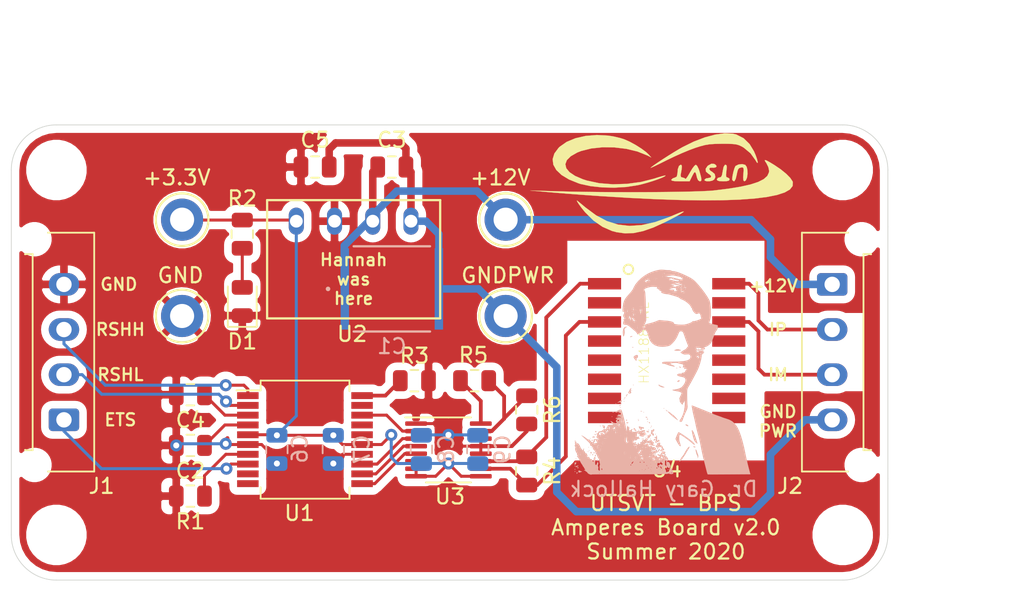
<source format=kicad_pcb>
(kicad_pcb (version 20171130) (host pcbnew "(5.1.6)-1")
  (layers (0 F.Cu signal) (31 B.Cu signal) (34 B.Paste user) (35 F.Paste user) (36 B.SilkS user) (37 F.SilkS user) (38 B.Mask user) (39 F.Mask user) (44 Edge.Cuts user))
  (net 0 "")
  (net 1 GNDPWR)
  (net 2 +12V)
  (net 3 GND)
  (net 4 "Net-(C2-Pad1)")
  (net 5 +3V3)
  (net 6 "Net-(D1-Pad2)")
  (net 7 /ETS)
  (net 8 /RSHL)
  (net 9 /RSHH)
  (net 10 "Net-(J2-Pad3)")
  (net 11 "Net-(J2-Pad2)")
  (net 12 "Net-(R1-Pad1)")
  (net 13 /IM)
  (net 14 /IP)
  (net 15 "Net-(R5-Pad2)")
  (net 16 "Net-(R5-Pad1)")
  (net 17 /SCK)
  (net 18 /CS)
  (net 19 "Net-(U1-Pad16)")
  (net 20 /MISO)
  (net 21 /MOSI)
  (net 22 "Net-(U1-Pad19)")
  (net 23 "Net-(U1-Pad17)")
  (net 24 "Net-(U1-Pad10)")
  (net 25 "Net-(U1-Pad9)")
  (net 26 "Net-(C4-Pad2)")
  (net 27 "Net-(R3-Pad1)")
  (net 28 "Net-(U4-Pad2)")
  (net 29 "Net-(U4-Pad11)")
  (net 30 "Net-(U4-Pad6)")
  (net 31 "Net-(U4-Pad9)")
  (net 32 "Net-(U4-Pad7)")
  (net 33 "Net-(U4-Pad10)")
  (net 34 "Net-(U4-Pad8)")
  (net 35 "Net-(U4-Pad15)")
  (module MountingHole:MountingHole_3mm (layer F.Cu) (at 143 100)
    (fp_text reference H2 hide)
    (fp_text value M3)
    (pad 1 np_thru_hole circle (at 0 0) (size 3 3) (drill 3) (layers *.Cu *.Mask))
  )
  (module Connector_Molex:Molex_Micro-Fit_3.0_43650-0415_1x04_P3.00mm_Vertical (layer F.Cu) (at 142.3 107.6 270)
    (fp_text reference J2 (at 13.4 2.8) (layer F.SilkS))
    (fp_text value LeaderConn)
    (pad 4 thru_hole oval (at 9 0 270) (size 1.5 2.02) (drill 1.02) (layers *.Cu *.Mask) (net 1 GNDPWR))
    (pad 3 thru_hole oval (at 6 0 270) (size 1.5 2.02) (drill 1.02) (layers *.Cu *.Mask) (net 10 "Net-(J2-Pad3)"))
    (pad 2 thru_hole oval (at 3 0 270) (size 1.5 2.02) (drill 1.02) (layers *.Cu *.Mask) (net 11 "Net-(J2-Pad2)"))
    (pad 1 thru_hole roundrect (at 0 0 270) (size 1.5 2.02) (drill 1.02) (layers *.Cu *.Mask) (roundrect_rratio 0.166667) (net 2 +12V))
    (pad "" np_thru_hole circle (at 12 -1.96 270) (size 1.27 1.27) (drill 1.27) (layers *.Cu *.Mask))
    (pad "" np_thru_hole circle (at -3 -1.96 270) (size 1.27 1.27) (drill 1.27) (layers *.Cu *.Mask))
  )
  (module Resistor_SMD:R_0805_2012Metric (layer F.Cu) (at 122 120 270)
    (fp_text reference R4 (at 0 -1.7 90) (layer F.SilkS))
    (fp_text value 120)
    (pad 2 smd roundrect (at 0.9375 0 270) (size 0.975 1.4) (layers F.Cu F.Paste F.Mask) (net 13 /IM))
    (pad 1 smd roundrect (at -0.9375 0 270) (size 0.975 1.4) (layers F.Cu F.Paste F.Mask) (net 14 /IP))
  )
  (module UTSVT_Passive:C_2220_5750Metrix (layer B.Cu) (at 113.04 107.9)
    (fp_text reference C1 (at 0 3.81) (layer B.SilkS) (effects (justify mirror)))
    (fp_text value 10u hide)
    (pad 2 smd rect (at 3.1242 0) (size 0.5588 5.4102) (layers B.Cu B.Paste B.Mask) (net 1 GNDPWR))
    (pad 1 smd rect (at -3.1242 0) (size 0.5588 5.4102) (layers B.Cu B.Paste B.Mask) (net 2 +12V))
  )
  (module UTSVT_ICs:RI3_DC_Converter (layer F.Cu) (at 110.5 103.4 180)
    (fp_text reference U2 (at 0.1 -7.5) (layer F.SilkS))
    (fp_text value RO-123.3S_HP)
    (pad 4 thru_hole oval (at 3.81 0 180) (size 1 1.8) (drill 0.85) (layers *.Cu *.Mask) (net 5 +3V3))
    (pad 3 thru_hole oval (at 1.27 0 180) (size 1 1.8) (drill 0.85) (layers *.Cu *.Mask) (net 3 GND))
    (pad 2 thru_hole oval (at -1.27 0 180) (size 1 1.8) (drill 0.85) (layers *.Cu *.Mask) (net 2 +12V))
    (pad 1 thru_hole oval (at -3.81 0 180) (size 1 1.8) (drill 0.85) (layers *.Cu *.Mask) (net 1 GNDPWR))
  )
  (module UTSVT_BPS:HXXXX (layer F.Cu) (at 131.3 112 270)
    (fp_text reference U4 (at 7.9 0) (layer F.SilkS))
    (fp_text value HX1188FNL (at -0.50895 1.50142 90) (layer F.SilkS) (effects (font (size 0.641203 0.641203) (thickness 0.05))))
    (pad 2 smd rect (at -3.175 4.1275 270) (size 0.76 2.2) (layers F.Cu F.Paste F.Mask) (net 28 "Net-(U4-Pad2)"))
    (pad 13 smd rect (at -0.635 -4.1275 270) (size 0.76 2.2) (layers F.Cu F.Paste F.Mask))
    (pad 1 smd rect (at -4.445 4.1275 270) (size 0.76 2.2) (layers F.Cu F.Paste F.Mask) (net 14 /IP))
    (pad 3 smd rect (at -1.905 4.1275 270) (size 0.76 2.2) (layers F.Cu F.Paste F.Mask) (net 13 /IM))
    (pad 4 smd rect (at -0.635 4.1275 270) (size 0.76 2.2) (layers F.Cu F.Paste F.Mask))
    (pad 14 smd rect (at -1.905 -4.1275 270) (size 0.76 2.2) (layers F.Cu F.Paste F.Mask) (net 10 "Net-(J2-Pad3)"))
    (pad 12 smd rect (at 0.635 -4.1275 270) (size 0.76 2.2) (layers F.Cu F.Paste F.Mask))
    (pad 11 smd rect (at 1.905 -4.1275 270) (size 0.76 2.2) (layers F.Cu F.Paste F.Mask) (net 29 "Net-(U4-Pad11)"))
    (pad 6 smd rect (at 1.905 4.1275 270) (size 0.76 2.2) (layers F.Cu F.Paste F.Mask) (net 30 "Net-(U4-Pad6)"))
    (pad 9 smd rect (at 4.445 -4.1275 270) (size 0.76 2.2) (layers F.Cu F.Paste F.Mask) (net 31 "Net-(U4-Pad9)"))
    (pad 5 smd rect (at 0.635 4.1275 270) (size 0.76 2.2) (layers F.Cu F.Paste F.Mask))
    (pad 7 smd rect (at 3.175 4.1275 270) (size 0.76 2.2) (layers F.Cu F.Paste F.Mask) (net 32 "Net-(U4-Pad7)"))
    (pad 10 smd rect (at 3.175 -4.1275 270) (size 0.76 2.2) (layers F.Cu F.Paste F.Mask) (net 33 "Net-(U4-Pad10)"))
    (pad 8 smd rect (at 4.445 4.1275 270) (size 0.76 2.2) (layers F.Cu F.Paste F.Mask) (net 34 "Net-(U4-Pad8)"))
    (pad 15 smd rect (at -3.175 -4.1275 270) (size 0.76 2.2) (layers F.Cu F.Paste F.Mask) (net 35 "Net-(U4-Pad15)"))
    (pad 16 smd rect (at -4.445 -4.1275 270) (size 0.76 2.2) (layers F.Cu F.Paste F.Mask) (net 11 "Net-(J2-Pad2)"))
  )
  (module Package_SO:MSOP-16_3x4mm_P0.5mm (layer F.Cu) (at 116.8 118.6)
    (fp_text reference U3 (at 0.1 3.1) (layer F.SilkS))
    (fp_text value LTC6820)
    (pad 16 smd roundrect (at 2.15 -1.75) (size 1.45 0.3) (layers F.Cu F.Paste F.Mask) (net 15 "Net-(R5-Pad2)"))
    (pad 15 smd roundrect (at 2.15 -1.25) (size 1.45 0.3) (layers F.Cu F.Paste F.Mask) (net 16 "Net-(R5-Pad1)"))
    (pad 14 smd roundrect (at 2.15 -0.75) (size 1.45 0.3) (layers F.Cu F.Paste F.Mask) (net 3 GND))
    (pad 13 smd roundrect (at 2.15 -0.25) (size 1.45 0.3) (layers F.Cu F.Paste F.Mask) (net 3 GND))
    (pad 12 smd roundrect (at 2.15 0.25) (size 1.45 0.3) (layers F.Cu F.Paste F.Mask) (net 3 GND))
    (pad 11 smd roundrect (at 2.15 0.75) (size 1.45 0.3) (layers F.Cu F.Paste F.Mask) (net 14 /IP))
    (pad 10 smd roundrect (at 2.15 1.25) (size 1.45 0.3) (layers F.Cu F.Paste F.Mask) (net 13 /IM))
    (pad 9 smd roundrect (at 2.15 1.75) (size 1.45 0.3) (layers F.Cu F.Paste F.Mask) (net 5 +3V3))
    (pad 8 smd roundrect (at -2.15 1.75) (size 1.45 0.3) (layers F.Cu F.Paste F.Mask) (net 5 +3V3))
    (pad 7 smd roundrect (at -2.15 1.25) (size 1.45 0.3) (layers F.Cu F.Paste F.Mask) (net 5 +3V3))
    (pad 6 smd roundrect (at -2.15 0.75) (size 1.45 0.3) (layers F.Cu F.Paste F.Mask) (net 5 +3V3))
    (pad 5 smd roundrect (at -2.15 0.25) (size 1.45 0.3) (layers F.Cu F.Paste F.Mask) (net 18 /CS))
    (pad 4 smd roundrect (at -2.15 -0.25) (size 1.45 0.3) (layers F.Cu F.Paste F.Mask) (net 17 /SCK))
    (pad 3 smd roundrect (at -2.15 -0.75) (size 1.45 0.3) (layers F.Cu F.Paste F.Mask) (net 20 /MISO))
    (pad 2 smd roundrect (at -2.15 -1.25) (size 1.45 0.3) (layers F.Cu F.Paste F.Mask) (net 21 /MOSI))
    (pad 1 smd roundrect (at -2.15 -1.75) (size 1.45 0.3) (layers F.Cu F.Paste F.Mask) (net 3 GND))
  )
  (module UTSVT_ICs:AS8510-ASSM (layer F.Cu) (at 107.27 123.441)
    (fp_text reference U1 (at -0.37 -0.641 180) (layer F.SilkS))
    (fp_text value AS8510-ASSM)
    (pad 12 smd rect (at 3.79 -3.25) (size 1.43 0.46) (layers F.Cu F.Paste F.Mask) (net 17 /SCK))
    (pad 11 smd rect (at 3.79 -2.6) (size 1.43 0.46) (layers F.Cu F.Paste F.Mask) (net 18 /CS))
    (pad 15 smd rect (at 3.79 -5.2) (size 1.43 0.46) (layers F.Cu F.Paste F.Mask) (net 5 +3V3))
    (pad 14 smd rect (at 3.79 -4.55) (size 1.43 0.46) (layers F.Cu F.Paste F.Mask) (net 3 GND))
    (pad 16 smd rect (at 3.79 -5.85) (size 1.43 0.46) (layers F.Cu F.Paste F.Mask) (net 19 "Net-(U1-Pad16)"))
    (pad 13 smd rect (at 3.79 -3.9) (size 1.43 0.46) (layers F.Cu F.Paste F.Mask) (net 20 /MISO))
    (pad 18 smd rect (at 3.79 -7.15) (size 1.43 0.46) (layers F.Cu F.Paste F.Mask) (net 21 /MOSI))
    (pad 19 smd rect (at 3.79 -7.8) (size 1.43 0.46) (layers F.Cu F.Paste F.Mask) (net 22 "Net-(U1-Pad19)"))
    (pad 17 smd rect (at 3.79 -6.5) (size 1.43 0.46) (layers F.Cu F.Paste F.Mask) (net 23 "Net-(U1-Pad17)"))
    (pad 20 smd rect (at 3.79 -8.45) (size 1.43 0.46) (layers F.Cu F.Paste F.Mask) (net 27 "Net-(R3-Pad1)"))
    (pad 1 smd rect (at -3.8 -8.45) (size 1.43 0.46) (layers F.Cu F.Paste F.Mask) (net 9 /RSHH))
    (pad 2 smd rect (at -3.8 -7.8) (size 1.43 0.46) (layers F.Cu F.Paste F.Mask) (net 8 /RSHL))
    (pad 3 smd rect (at -3.8 -7.15) (size 1.43 0.46) (layers F.Cu F.Paste F.Mask) (net 26 "Net-(C4-Pad2)"))
    (pad 4 smd rect (at -3.8 -6.5) (size 1.43 0.46) (layers F.Cu F.Paste F.Mask) (net 4 "Net-(C2-Pad1)"))
    (pad 5 smd rect (at -3.8 -5.85) (size 1.43 0.46) (layers F.Cu F.Paste F.Mask) (net 5 +3V3))
    (pad 6 smd rect (at -3.8 -5.2) (size 1.43 0.46) (layers F.Cu F.Paste F.Mask) (net 3 GND))
    (pad 7 smd rect (at -3.8 -4.55) (size 1.43 0.46) (layers F.Cu F.Paste F.Mask) (net 12 "Net-(R1-Pad1)"))
    (pad 8 smd rect (at -3.8 -3.9) (size 1.43 0.46) (layers F.Cu F.Paste F.Mask) (net 7 /ETS))
    (pad 10 smd rect (at -3.8 -2.6) (size 1.43 0.46) (layers F.Cu F.Paste F.Mask) (net 24 "Net-(U1-Pad10)"))
    (pad 9 smd rect (at -3.8 -3.25) (size 1.43 0.46) (layers F.Cu F.Paste F.Mask) (net 25 "Net-(U1-Pad9)"))
  )
  (module TestPoint:TestPoint_Keystone_5005-5009_Compact (layer F.Cu) (at 99.1 109.7 90)
    (fp_text reference TP4 hide)
    (fp_text value GND_TP)
    (pad 1 thru_hole circle (at 0 0 90) (size 2.8 2.8) (drill 1.6) (layers *.Cu *.Mask) (net 3 GND))
  )
  (module TestPoint:TestPoint_Keystone_5005-5009_Compact (layer F.Cu) (at 99.1 103.3 90)
    (fp_text reference TP3 hide)
    (fp_text value +3.3V_TP)
    (pad 1 thru_hole circle (at 0 0 90) (size 2.8 2.8) (drill 1.6) (layers *.Cu *.Mask) (net 5 +3V3))
  )
  (module TestPoint:TestPoint_Keystone_5005-5009_Compact (layer F.Cu) (at 120.6 109.7 90)
    (fp_text reference TP2 hide)
    (fp_text value GNDPWR_TP)
    (pad 1 thru_hole circle (at 0 0 90) (size 2.8 2.8) (drill 1.6) (layers *.Cu *.Mask) (net 1 GNDPWR))
  )
  (module TestPoint:TestPoint_Keystone_5005-5009_Compact (layer F.Cu) (at 120.6 103.3 90)
    (fp_text reference TP1 hide)
    (fp_text value +12V_TP)
    (pad 1 thru_hole circle (at 0 0 90) (size 2.8 2.8) (drill 1.6) (layers *.Cu *.Mask) (net 2 +12V))
  )
  (module Resistor_SMD:R_0805_2012Metric (layer F.Cu) (at 122 115.9375 90)
    (fp_text reference R6 (at 0 1.7 90) (layer F.SilkS))
    (fp_text value 1.21k)
    (pad 2 smd roundrect (at 0.9375 0 90) (size 0.975 1.4) (layers F.Cu F.Paste F.Mask) (net 16 "Net-(R5-Pad1)"))
    (pad 1 smd roundrect (at -0.9375 0 90) (size 0.975 1.4) (layers F.Cu F.Paste F.Mask) (net 3 GND))
  )
  (module Resistor_SMD:R_0805_2012Metric (layer F.Cu) (at 118.5375 114 180)
    (fp_text reference R5 (at 0.0785 1.7) (layer F.SilkS))
    (fp_text value 806)
    (pad 2 smd roundrect (at 0.9375 0 180) (size 0.975 1.4) (layers F.Cu F.Paste F.Mask) (net 15 "Net-(R5-Pad2)"))
    (pad 1 smd roundrect (at -0.9375 0 180) (size 0.975 1.4) (layers F.Cu F.Paste F.Mask) (net 16 "Net-(R5-Pad1)"))
  )
  (module Resistor_SMD:R_0805_2012Metric (layer F.Cu) (at 114.5375 114)
    (fp_text reference R3 (at 0 -1.65) (layer F.SilkS))
    (fp_text value 10k)
    (pad 2 smd roundrect (at 0.9375 0) (size 0.975 1.4) (layers F.Cu F.Paste F.Mask) (net 3 GND))
    (pad 1 smd roundrect (at -0.9375 0) (size 0.975 1.4) (layers F.Cu F.Paste F.Mask) (net 27 "Net-(R3-Pad1)"))
  )
  (module Resistor_SMD:R_0805_2012Metric (layer F.Cu) (at 103.1 104.2625 270)
    (fp_text reference R2 (at -2.3645 0 180) (layer F.SilkS))
    (fp_text value 1.5k)
    (pad 2 smd roundrect (at 0.9375 0 270) (size 0.975 1.4) (layers F.Cu F.Paste F.Mask) (net 6 "Net-(D1-Pad2)"))
    (pad 1 smd roundrect (at -0.9375 0 270) (size 0.975 1.4) (layers F.Cu F.Paste F.Mask) (net 5 +3V3))
  )
  (module Resistor_SMD:R_0805_2012Metric (layer F.Cu) (at 99.65 121.668 180)
    (fp_text reference R1 (at 0 -1.684) (layer F.SilkS))
    (fp_text value 1k)
    (pad 2 smd roundrect (at 0.9375 0 180) (size 0.975 1.4) (layers F.Cu F.Paste F.Mask) (net 3 GND))
    (pad 1 smd roundrect (at -0.9375 0 180) (size 0.975 1.4) (layers F.Cu F.Paste F.Mask) (net 12 "Net-(R1-Pad1)"))
  )
  (module Connector_Molex:Molex_Micro-Fit_3.0_43650-0415_1x04_P3.00mm_Vertical (layer F.Cu) (at 91.25 116.6 90)
    (fp_text reference J1 (at -4.4 2.5) (layer F.SilkS))
    (fp_text value ShuntConn)
    (pad 4 thru_hole oval (at 9 0 90) (size 1.5 2.02) (drill 1.02) (layers *.Cu *.Mask) (net 3 GND))
    (pad 3 thru_hole oval (at 6 0 90) (size 1.5 2.02) (drill 1.02) (layers *.Cu *.Mask) (net 9 /RSHH))
    (pad 2 thru_hole oval (at 3 0 90) (size 1.5 2.02) (drill 1.02) (layers *.Cu *.Mask) (net 8 /RSHL))
    (pad 1 thru_hole roundrect (at 0 0 90) (size 1.5 2.02) (drill 1.02) (layers *.Cu *.Mask) (roundrect_rratio 0.166667) (net 7 /ETS))
    (pad "" np_thru_hole circle (at 12 -1.96 90) (size 1.27 1.27) (drill 1.27) (layers *.Cu *.Mask))
    (pad "" np_thru_hole circle (at -3 -1.96 90) (size 1.27 1.27) (drill 1.27) (layers *.Cu *.Mask))
  )
  (module MountingHole:MountingHole_3mm (layer F.Cu) (at 90.75 124.25)
    (fp_text reference H4 hide)
    (fp_text value M3)
    (pad 1 np_thru_hole circle (at 0 0) (size 3 3) (drill 3) (layers *.Cu *.Mask))
  )
  (module MountingHole:MountingHole_3mm (layer F.Cu) (at 143 124.25)
    (fp_text reference H3 hide)
    (fp_text value M3)
    (pad 1 np_thru_hole circle (at 0 0) (size 3 3) (drill 3) (layers *.Cu *.Mask))
  )
  (module MountingHole:MountingHole_3mm (layer F.Cu) (at 90.75 100)
    (fp_text reference H1 hide)
    (fp_text value M3)
    (pad 1 np_thru_hole circle (at 0 0) (size 3 3) (drill 3) (layers *.Cu *.Mask))
  )
  (module LED_SMD:LED_0805_2012Metric (layer F.Cu) (at 103.1 108.7375 90)
    (fp_text reference D1 (at -2.6625 0) (layer F.SilkS))
    (fp_text value PowerOn)
    (pad 2 smd roundrect (at 0.9375 0 90) (size 0.975 1.4) (layers F.Cu F.Paste F.Mask) (net 6 "Net-(D1-Pad2)"))
    (pad 1 smd roundrect (at -0.9375 0 90) (size 0.975 1.4) (layers F.Cu F.Paste F.Mask) (net 3 GND))
  )
  (module Capacitor_SMD:C_0805_2012Metric (layer B.Cu) (at 118.75 118.566 90)
    (fp_text reference C9 (at 0 1.65 270) (layer B.SilkS) (effects (justify mirror)))
    (fp_text value 0.1u)
    (pad 2 smd roundrect (at 0.9375 0 90) (size 0.975 1.4) (layers B.Cu B.Paste B.Mask) (net 3 GND))
    (pad 1 smd roundrect (at -0.9375 0 90) (size 0.975 1.4) (layers B.Cu B.Paste B.Mask) (net 5 +3V3))
  )
  (module Capacitor_SMD:C_0805_2012Metric (layer B.Cu) (at 115 118.566 90)
    (fp_text reference C8 (at 0 1.65 90) (layer B.SilkS) (effects (justify mirror)))
    (fp_text value 0.1u)
    (pad 2 smd roundrect (at 0.9375 0 90) (size 0.975 1.4) (layers B.Cu B.Paste B.Mask) (net 3 GND))
    (pad 1 smd roundrect (at -0.9375 0 90) (size 0.975 1.4) (layers B.Cu B.Paste B.Mask) (net 5 +3V3))
  )
  (module Capacitor_SMD:C_0805_2012Metric (layer B.Cu) (at 109.15 118.566 270)
    (fp_text reference C7 (at 0 -1.905 270) (layer B.SilkS) (effects (justify mirror)))
    (fp_text value 1u)
    (pad 2 smd roundrect (at 0.9375 0 270) (size 0.975 1.4) (layers B.Cu B.Paste B.Mask) (net 3 GND))
    (pad 1 smd roundrect (at -0.9375 0 270) (size 0.975 1.4) (layers B.Cu B.Paste B.Mask) (net 5 +3V3))
  )
  (module Capacitor_SMD:C_0805_2012Metric (layer B.Cu) (at 105.4 118.566 270)
    (fp_text reference C6 (at -0.0485 -1.524 270) (layer B.SilkS) (effects (justify mirror)))
    (fp_text value 1u)
    (pad 2 smd roundrect (at 0.9375 0 270) (size 0.975 1.4) (layers B.Cu B.Paste B.Mask) (net 3 GND))
    (pad 1 smd roundrect (at -0.9375 0 270) (size 0.975 1.4) (layers B.Cu B.Paste B.Mask) (net 5 +3V3))
  )
  (module Capacitor_SMD:C_0805_2012Metric (layer F.Cu) (at 107.9375 99.8 180)
    (fp_text reference C5 (at 0 1.8 180) (layer F.SilkS))
    (fp_text value 2.2n)
    (pad 2 smd roundrect (at 0.9375 0 180) (size 0.975 1.4) (layers F.Cu F.Paste F.Mask) (net 3 GND))
    (pad 1 smd roundrect (at -0.9375 0 180) (size 0.975 1.4) (layers F.Cu F.Paste F.Mask) (net 1 GNDPWR))
  )
  (module Capacitor_SMD:C_0805_2012Metric (layer F.Cu) (at 99.65 114.932)
    (fp_text reference C4 (at 0 1.684) (layer F.SilkS))
    (fp_text value 100n)
    (pad 2 smd roundrect (at 0.9375 0) (size 0.975 1.4) (layers F.Cu F.Paste F.Mask) (net 26 "Net-(C4-Pad2)"))
    (pad 1 smd roundrect (at -0.9375 0) (size 0.975 1.4) (layers F.Cu F.Paste F.Mask) (net 3 GND))
  )
  (module Capacitor_SMD:C_0805_2012Metric (layer F.Cu) (at 113.0375 99.8)
    (fp_text reference C3 (at 0 -1.8) (layer F.SilkS))
    (fp_text value 1n)
    (pad 2 smd roundrect (at 0.9375 0) (size 0.975 1.4) (layers F.Cu F.Paste F.Mask) (net 1 GNDPWR))
    (pad 1 smd roundrect (at -0.9375 0) (size 0.975 1.4) (layers F.Cu F.Paste F.Mask) (net 2 +12V))
  )
  (module Capacitor_SMD:C_0805_2012Metric (layer F.Cu) (at 99.65 118.3 180)
    (fp_text reference C2 (at 0 -1.684) (layer F.SilkS))
    (fp_text value 100n)
    (pad 2 smd roundrect (at 0.9375 0 180) (size 0.975 1.4) (layers F.Cu F.Paste F.Mask) (net 3 GND))
    (pad 1 smd roundrect (at -0.9375 0 180) (size 0.975 1.4) (layers F.Cu F.Paste F.Mask) (net 4 "Net-(C2-Pad1)"))
  )
  (module UTSVT_Special:Hallock_Image_Tiny (layer B.Cu) (at 131.5 113.25 180)
    (fp_text reference LOGO1 hide)
    (fp_text value "Dr Hallock" hide)
  )
  (module UTSVT_Special:UTSVT_Logo_Symbol (layer F.Cu) (at 131.25 100.75 180)
    (fp_text reference LOGO2 hide)
    (fp_text value "UTSVT Logo" hide)
  )
  (gr_text "Hannah\nwas\nhere" (at 110.5 107.25) (layer F.SilkS) (effects (font (size 0.8 0.8))))
  (gr_text "UTSVT - BPS\nAmperes Board v2.0\nSummer 2020" (at 131.25 123.75) (layer F.SilkS) (effects (font (size 1 1))))
  (gr_text "Dr. Gary Hallock" (at 131.1 121.2) (layer B.SilkS) (effects (font (size 1 1)) (justify mirror)))
  (gr_text GNDPWR (at 120.75 107) (layer F.SilkS) (effects (font (size 1 1))))
  (gr_text +12V (at 120.25 100.5) (layer F.SilkS) (effects (font (size 1 1))))
  (gr_text GND (at 99 107) (layer F.SilkS) (effects (font (size 1 1))))
  (gr_text +3.3V (at 98.75 100.5) (layer F.SilkS) (effects (font (size 1 1))))
  (gr_arc (start 90.75 124.25) (end 87.75 124.25) (angle -90) (layer Edge.Cuts) (width 0.05))
  (gr_arc (start 143 124.25) (end 143 127.25) (angle -90) (layer Edge.Cuts) (width 0.05))
  (gr_arc (start 143 100) (end 146 100) (angle -90) (layer Edge.Cuts) (width 0.05))
  (gr_arc (start 90.75 100) (end 90.75 97) (angle -90) (layer Edge.Cuts) (width 0.05))
  (gr_line (start 87.75 124.25) (end 87.75 100) (layer Edge.Cuts) (width 0.05))
  (gr_line (start 143 127.25) (end 90.75 127.25) (layer Edge.Cuts) (width 0.05))
  (gr_line (start 146 103.75) (end 146 120.5) (layer Edge.Cuts) (width 0.05))
  (gr_line (start 146 120.5) (end 146 124.25) (layer Edge.Cuts) (width 0.05))
  (gr_line (start 146 100) (end 146 103.75) (layer Edge.Cuts) (width 0.05))
  (gr_line (start 90.75 97) (end 143 97) (layer Edge.Cuts) (width 0.05))
  (gr_text +12V (at 138.4 107.7) (layer F.SilkS) (effects (font (size 0.8 0.8))))
  (gr_text IP (at 138.7 110.6) (layer F.SilkS) (effects (font (size 0.8 0.8))))
  (gr_text IM (at 138.7 113.6) (layer F.SilkS) (effects (font (size 0.8 0.8))))
  (gr_text "GND\nPWR" (at 138.7 116.7) (layer F.SilkS) (effects (font (size 0.8 0.8))))
  (gr_text GND (at 94.9 107.6) (layer F.SilkS) (effects (font (size 0.8 0.8))))
  (gr_text RSHH (at 95 110.6) (layer F.SilkS) (effects (font (size 0.8 0.8))))
  (gr_text RSHL (at 95 113.6) (layer F.SilkS) (effects (font (size 0.8 0.8))))
  (gr_text ETS (at 95 116.6) (layer F.SilkS) (effects (font (size 0.8 0.8))))
  (segment (start 114.31 100.135) (end 113.975 99.8) (width 0.5) (layer F.Cu) (net 1))
  (segment (start 114.31 103.4) (end 114.31 100.135) (width 0.5) (layer F.Cu) (net 1))
  (segment (start 118.8 107.9) (end 120.6 109.7) (width 0.5) (layer B.Cu) (net 1))
  (segment (start 114.31 103.4) (end 115.31 103.4) (width 0.5) (layer B.Cu) (net 1))
  (segment (start 116.1642 104.2542) (end 115.31 103.4) (width 0.5) (layer B.Cu) (net 1))
  (segment (start 116.1642 107.9) (end 116.1642 104.2542) (width 0.5) (layer B.Cu) (net 1))
  (segment (start 113.975 98.575) (end 113.975 99.8) (width 0.5) (layer F.Cu) (net 1))
  (segment (start 113.6 98.2) (end 113.975 98.575) (width 0.5) (layer F.Cu) (net 1))
  (segment (start 109.3 98.2) (end 113.6 98.2) (width 0.5) (layer F.Cu) (net 1))
  (segment (start 108.875 99.8) (end 108.875 98.625) (width 0.5) (layer F.Cu) (net 1))
  (segment (start 108.875 98.625) (end 109.3 98.2) (width 0.5) (layer F.Cu) (net 1))
  (segment (start 140.5 116.6) (end 142.3 116.6) (width 0.5) (layer B.Cu) (net 1))
  (segment (start 138.2 118.9) (end 140.5 116.6) (width 0.5) (layer B.Cu) (net 1))
  (segment (start 124 113.1) (end 124 121.4) (width 0.5) (layer B.Cu) (net 1))
  (segment (start 138.2 121.5) (end 138.2 118.9) (width 0.5) (layer B.Cu) (net 1))
  (segment (start 120.6 109.7) (end 124 113.1) (width 0.5) (layer B.Cu) (net 1))
  (segment (start 124 121.4) (end 125.3 122.7) (width 0.5) (layer B.Cu) (net 1))
  (segment (start 137 122.7) (end 138.2 121.5) (width 0.5) (layer B.Cu) (net 1))
  (segment (start 125.3 122.7) (end 137 122.7) (width 0.5) (layer B.Cu) (net 1))
  (segment (start 118.8 107.9) (end 116.1642 107.9) (width 0.5) (layer B.Cu) (net 1))
  (segment (start 111.77 100.13) (end 112.1 99.8) (width 0.5) (layer F.Cu) (net 2))
  (segment (start 111.77 103.4) (end 111.77 100.13) (width 0.5) (layer F.Cu) (net 2))
  (segment (start 111.77 103) (end 113.37 101.4) (width 0.5) (layer B.Cu) (net 2))
  (segment (start 111.77 103.4) (end 111.77 103) (width 0.5) (layer B.Cu) (net 2))
  (segment (start 118.7 101.4) (end 120.6 103.3) (width 0.5) (layer B.Cu) (net 2))
  (segment (start 113.37 101.4) (end 118.7 101.4) (width 0.5) (layer B.Cu) (net 2))
  (segment (start 109.87979 105.027737) (end 109.87979 107.9) (width 0.5) (layer B.Cu) (net 2))
  (segment (start 111.507527 103.4) (end 109.87979 105.027737) (width 0.5) (layer B.Cu) (net 2))
  (segment (start 111.77 103.4) (end 111.507527 103.4) (width 0.5) (layer B.Cu) (net 2))
  (segment (start 136.9 103.3) (end 120.6 103.3) (width 0.5) (layer B.Cu) (net 2))
  (segment (start 138.2 104.6) (end 136.9 103.3) (width 0.5) (layer B.Cu) (net 2))
  (segment (start 138.2 105.8) (end 138.2 104.6) (width 0.5) (layer B.Cu) (net 2))
  (segment (start 142.3 107.6) (end 140 107.6) (width 0.5) (layer B.Cu) (net 2))
  (segment (start 140 107.6) (end 138.2 105.8) (width 0.5) (layer B.Cu) (net 2))
  (segment (start 103.47 118.241) (end 102.049825 118.241) (width 0.2) (layer F.Cu) (net 3))
  (via (at 101.999884 118.191059) (size 0.8) (drill 0.4) (layers F.Cu B.Cu) (net 3))
  (segment (start 102.049825 118.241) (end 101.999884 118.191059) (width 0.2) (layer F.Cu) (net 3))
  (via (at 98.7125 118.3) (size 0.8) (drill 0.4) (layers F.Cu B.Cu) (net 3))
  (segment (start 101.999884 118.191059) (end 98.821441 118.191059) (width 0.2) (layer B.Cu) (net 3))
  (segment (start 98.821441 118.191059) (end 98.7125 118.3) (width 0.2) (layer B.Cu) (net 3))
  (via (at 109.15 119.5035) (size 0.8) (drill 0.4) (layers F.Cu B.Cu) (net 3))
  (segment (start 111.06 118.891) (end 109.7625 118.891) (width 0.2) (layer F.Cu) (net 3))
  (segment (start 109.7625 118.891) (end 109.15 119.5035) (width 0.2) (layer F.Cu) (net 3))
  (via (at 105.4 119.5035) (size 0.8) (drill 0.4) (layers F.Cu B.Cu) (net 3))
  (segment (start 105.4 119.256) (end 105.4 119.5035) (width 0.2) (layer F.Cu) (net 3))
  (segment (start 104.385 118.241) (end 105.4 119.256) (width 0.2) (layer F.Cu) (net 3))
  (segment (start 103.47 118.241) (end 104.385 118.241) (width 0.2) (layer F.Cu) (net 3))
  (via (at 116.8 117.6) (size 0.8) (drill 0.4) (layers F.Cu B.Cu) (net 3))
  (segment (start 114.65 116.85) (end 116.05 116.85) (width 0.2) (layer F.Cu) (net 3))
  (segment (start 116.05 116.85) (end 116.8 117.6) (width 0.2) (layer F.Cu) (net 3))
  (segment (start 115.0285 117.6) (end 115 117.6285) (width 0.2) (layer B.Cu) (net 3))
  (segment (start 116.8 117.6) (end 115.0285 117.6) (width 0.2) (layer B.Cu) (net 3))
  (segment (start 118.7215 117.6) (end 118.75 117.6285) (width 0.2) (layer B.Cu) (net 3))
  (segment (start 116.8 117.6) (end 118.7215 117.6) (width 0.2) (layer B.Cu) (net 3))
  (segment (start 118.95 118.85) (end 118.95 118.35) (width 0.2) (layer F.Cu) (net 3))
  (segment (start 118.95 118.35) (end 118.95 117.85) (width 0.2) (layer F.Cu) (net 3))
  (segment (start 117.55 118.35) (end 116.8 117.6) (width 0.2) (layer F.Cu) (net 3))
  (segment (start 118.95 118.35) (end 117.55 118.35) (width 0.2) (layer F.Cu) (net 3))
  (segment (start 119.675 118.35) (end 118.95 118.35) (width 0.25) (layer F.Cu) (net 3))
  (segment (start 122 117.3625) (end 121.0125 118.35) (width 0.25) (layer F.Cu) (net 3))
  (segment (start 121.0125 118.35) (end 119.675 118.35) (width 0.25) (layer F.Cu) (net 3))
  (segment (start 122 116.875) (end 122 117.3625) (width 0.25) (layer F.Cu) (net 3))
  (segment (start 101.9465 116.941) (end 100.5875 118.3) (width 0.2) (layer F.Cu) (net 4))
  (segment (start 103.47 116.941) (end 101.9465 116.941) (width 0.2) (layer F.Cu) (net 4))
  (via (at 109.15 117.6285) (size 0.8) (drill 0.4) (layers F.Cu B.Cu) (net 5))
  (segment (start 111.06 118.241) (end 109.7625 118.241) (width 0.2) (layer F.Cu) (net 5))
  (segment (start 109.7625 118.241) (end 109.15 117.6285) (width 0.2) (layer F.Cu) (net 5))
  (via (at 105.4 117.6285) (size 0.8) (drill 0.4) (layers F.Cu B.Cu) (net 5))
  (segment (start 103.47 117.591) (end 105.3625 117.591) (width 0.2) (layer F.Cu) (net 5))
  (segment (start 105.3625 117.591) (end 105.4 117.6285) (width 0.2) (layer F.Cu) (net 5))
  (segment (start 105.4 117.6285) (end 109.15 117.6285) (width 0.2) (layer F.Cu) (net 5))
  (segment (start 114.65 120.35) (end 114.65 119.85) (width 0.2) (layer F.Cu) (net 5))
  (segment (start 114.65 119.85) (end 114.65 119.35) (width 0.2) (layer F.Cu) (net 5))
  (via (at 116.8 119.5) (size 0.8) (drill 0.4) (layers F.Cu B.Cu) (net 5))
  (segment (start 114.65 120.35) (end 115.95 120.35) (width 0.2) (layer F.Cu) (net 5))
  (segment (start 115.95 120.35) (end 116.8 119.5) (width 0.2) (layer F.Cu) (net 5))
  (segment (start 115.0035 119.5) (end 115 119.5035) (width 0.2) (layer B.Cu) (net 5))
  (segment (start 116.8 119.5) (end 115.0035 119.5) (width 0.2) (layer B.Cu) (net 5))
  (segment (start 117.65 120.35) (end 118.95 120.35) (width 0.2) (layer F.Cu) (net 5))
  (segment (start 116.8 119.5) (end 117.65 120.35) (width 0.2) (layer F.Cu) (net 5))
  (segment (start 118.7465 119.5) (end 118.75 119.5035) (width 0.2) (layer B.Cu) (net 5))
  (segment (start 116.8 119.5) (end 118.7465 119.5) (width 0.2) (layer B.Cu) (net 5))
  (segment (start 111.06 118.241) (end 112.359 118.241) (width 0.2) (layer F.Cu) (net 5))
  (via (at 113 117.6) (size 0.8) (drill 0.4) (layers F.Cu B.Cu) (net 5))
  (segment (start 112.359 118.241) (end 113 117.6) (width 0.2) (layer F.Cu) (net 5))
  (segment (start 113 117.6) (end 113 119.1) (width 0.2) (layer B.Cu) (net 5))
  (segment (start 113.4035 119.5035) (end 115 119.5035) (width 0.2) (layer B.Cu) (net 5))
  (segment (start 113 119.1) (end 113.4035 119.5035) (width 0.2) (layer B.Cu) (net 5))
  (segment (start 106.69 116.3385) (end 105.4 117.6285) (width 0.2) (layer B.Cu) (net 5))
  (segment (start 106.69 103.4) (end 106.69 116.3385) (width 0.2) (layer B.Cu) (net 5))
  (segment (start 106.615 103.325) (end 106.69 103.4) (width 0.2) (layer F.Cu) (net 5))
  (segment (start 103.1 103.325) (end 106.615 103.325) (width 0.2) (layer F.Cu) (net 5))
  (segment (start 99.125 103.325) (end 99.1 103.3) (width 0.2) (layer F.Cu) (net 5))
  (segment (start 103.1 103.325) (end 99.125 103.325) (width 0.2) (layer F.Cu) (net 5))
  (segment (start 103.1 105.2) (end 103.1 107.8) (width 0.2) (layer F.Cu) (net 6))
  (via (at 102.044975 119.844975) (size 0.8) (drill 0.4) (layers F.Cu B.Cu) (net 7))
  (segment (start 103.47 119.541) (end 102.34895 119.541) (width 0.2) (layer F.Cu) (net 7))
  (segment (start 102.34895 119.541) (end 102.044975 119.844975) (width 0.2) (layer F.Cu) (net 7))
  (segment (start 93.744975 119.844975) (end 91.25 117.35) (width 0.2) (layer B.Cu) (net 7))
  (segment (start 91.25 117.35) (end 91.25 116.6) (width 0.2) (layer B.Cu) (net 7))
  (segment (start 102.044975 119.844975) (end 93.744975 119.844975) (width 0.2) (layer B.Cu) (net 7))
  (via (at 102.022725 115.377275) (size 0.8) (drill 0.4) (layers F.Cu B.Cu) (net 8))
  (segment (start 103.47 115.641) (end 102.28645 115.641) (width 0.2) (layer F.Cu) (net 8))
  (segment (start 102.28645 115.641) (end 102.022725 115.377275) (width 0.2) (layer F.Cu) (net 8))
  (segment (start 92.46 113.6) (end 93.76 114.9) (width 0.2) (layer B.Cu) (net 8))
  (segment (start 91.25 113.6) (end 92.46 113.6) (width 0.2) (layer B.Cu) (net 8))
  (segment (start 101.54545 114.9) (end 102.022725 115.377275) (width 0.2) (layer B.Cu) (net 8))
  (segment (start 93.76 114.9) (end 101.54545 114.9) (width 0.2) (layer B.Cu) (net 8))
  (via (at 102 114.3) (size 0.8) (drill 0.4) (layers F.Cu B.Cu) (net 9))
  (segment (start 103.209 114.3) (end 102 114.3) (width 0.2) (layer F.Cu) (net 9))
  (segment (start 103.47 114.991) (end 103.47 114.561) (width 0.2) (layer F.Cu) (net 9))
  (segment (start 103.47 114.561) (end 103.209 114.3) (width 0.2) (layer F.Cu) (net 9))
  (segment (start 91.25 111.55) (end 91.25 110.6) (width 0.2) (layer B.Cu) (net 9))
  (segment (start 94 114.3) (end 91.25 111.55) (width 0.2) (layer B.Cu) (net 9))
  (segment (start 102 114.3) (end 94 114.3) (width 0.2) (layer B.Cu) (net 9))
  (segment (start 136.7775 110.095) (end 137.4 110.7175) (width 0.25) (layer F.Cu) (net 10))
  (segment (start 135.4275 110.095) (end 136.7775 110.095) (width 0.25) (layer F.Cu) (net 10))
  (segment (start 137.4 110.7175) (end 137.4 113.2) (width 0.25) (layer F.Cu) (net 10))
  (segment (start 137.8 113.6) (end 142.3 113.6) (width 0.25) (layer F.Cu) (net 10))
  (segment (start 137.4 113.2) (end 137.8 113.6) (width 0.25) (layer F.Cu) (net 10))
  (segment (start 136.7775 107.555) (end 137.4 108.1775) (width 0.25) (layer F.Cu) (net 11))
  (segment (start 135.4275 107.555) (end 136.7775 107.555) (width 0.25) (layer F.Cu) (net 11))
  (segment (start 137.4 108.1775) (end 137.4 110) (width 0.25) (layer F.Cu) (net 11))
  (segment (start 138 110.6) (end 142.3 110.6) (width 0.25) (layer F.Cu) (net 11))
  (segment (start 137.4 110) (end 138 110.6) (width 0.25) (layer F.Cu) (net 11))
  (segment (start 103.47 118.891) (end 102.009 118.891) (width 0.2) (layer F.Cu) (net 12))
  (segment (start 100.5875 120.3125) (end 100.5875 121.668) (width 0.2) (layer F.Cu) (net 12))
  (segment (start 102.009 118.891) (end 100.5875 120.3125) (width 0.2) (layer F.Cu) (net 12))
  (segment (start 120.9125 119.85) (end 122 120.9375) (width 0.25) (layer F.Cu) (net 13))
  (segment (start 118.95 119.85) (end 120.9125 119.85) (width 0.25) (layer F.Cu) (net 13))
  (segment (start 125.505 110.095) (end 127.1725 110.095) (width 0.25) (layer F.Cu) (net 13))
  (segment (start 124.6 111) (end 125.505 110.095) (width 0.25) (layer F.Cu) (net 13))
  (segment (start 124.6 119.0375) (end 124.6 111) (width 0.25) (layer F.Cu) (net 13))
  (segment (start 122 120.9375) (end 122.7 120.9375) (width 0.25) (layer F.Cu) (net 13))
  (segment (start 122.7 120.9375) (end 124.6 119.0375) (width 0.25) (layer F.Cu) (net 13))
  (segment (start 121.7125 119.35) (end 122 119.0625) (width 0.25) (layer F.Cu) (net 14))
  (segment (start 118.95 119.35) (end 121.7125 119.35) (width 0.25) (layer F.Cu) (net 14))
  (segment (start 125.545 107.555) (end 127.1725 107.555) (width 0.25) (layer F.Cu) (net 14))
  (segment (start 123.3 109.8) (end 125.545 107.555) (width 0.25) (layer F.Cu) (net 14))
  (segment (start 122 119.0625) (end 123.3 117.7625) (width 0.25) (layer F.Cu) (net 14))
  (segment (start 123.3 117.7625) (end 123.3 109.8) (width 0.25) (layer F.Cu) (net 14))
  (segment (start 118.95 115.35) (end 118.95 116.85) (width 0.25) (layer F.Cu) (net 15))
  (segment (start 117.6 114) (end 118.95 115.35) (width 0.25) (layer F.Cu) (net 15))
  (segment (start 119.675 117.35) (end 120.5 116.525) (width 0.25) (layer F.Cu) (net 16))
  (segment (start 118.95 117.35) (end 119.675 117.35) (width 0.25) (layer F.Cu) (net 16))
  (segment (start 120.5 115.025) (end 119.475 114) (width 0.25) (layer F.Cu) (net 16))
  (segment (start 120.5 116.525) (end 120.5 115.025) (width 0.25) (layer F.Cu) (net 16))
  (segment (start 120.5 116.5) (end 122 115) (width 0.25) (layer F.Cu) (net 16))
  (segment (start 120.5 116.525) (end 120.5 116.5) (width 0.25) (layer F.Cu) (net 16))
  (segment (start 111.975 120.191) (end 111.06 120.191) (width 0.2) (layer F.Cu) (net 17))
  (segment (start 114.65 118.35) (end 113.816 118.35) (width 0.2) (layer F.Cu) (net 17))
  (segment (start 113.816 118.35) (end 111.975 120.191) (width 0.2) (layer F.Cu) (net 17))
  (segment (start 113.894654 118.85) (end 111.903654 120.841) (width 0.2) (layer F.Cu) (net 18))
  (segment (start 111.903654 120.841) (end 111.06 120.841) (width 0.2) (layer F.Cu) (net 18))
  (segment (start 114.65 118.85) (end 113.894654 118.85) (width 0.2) (layer F.Cu) (net 18))
  (segment (start 112.059302 119.541) (end 111.975 119.541) (width 0.2) (layer F.Cu) (net 20))
  (segment (start 113.750302 117.85) (end 112.059302 119.541) (width 0.2) (layer F.Cu) (net 20))
  (segment (start 111.975 119.541) (end 111.06 119.541) (width 0.2) (layer F.Cu) (net 20))
  (segment (start 114.65 117.85) (end 113.750302 117.85) (width 0.2) (layer F.Cu) (net 20))
  (segment (start 114.65 117.35) (end 113.75 117.35) (width 0.2) (layer F.Cu) (net 21))
  (segment (start 112.691 116.291) (end 111.06 116.291) (width 0.2) (layer F.Cu) (net 21))
  (segment (start 113.75 117.35) (end 112.691 116.291) (width 0.2) (layer F.Cu) (net 21))
  (segment (start 101.9465 116.291) (end 100.5875 114.932) (width 0.2) (layer F.Cu) (net 26))
  (segment (start 103.47 116.291) (end 101.9465 116.291) (width 0.2) (layer F.Cu) (net 26))
  (segment (start 112.609 114.991) (end 113.6 114) (width 0.25) (layer F.Cu) (net 27))
  (segment (start 111.06 114.991) (end 112.609 114.991) (width 0.25) (layer F.Cu) (net 27))
  (zone (net 3) (net_name GND) (layer F.Cu) (connect_pads (clearance 0.508)) (min_thickness 0.254) (fill yes (arc_segments 32) (thermal_gap 0.508) (thermal_bridge_width 0.508))
    (polygon (pts (xy 146.75 128.25) (xy 87 128.25) (xy 87 96.5) (xy 146.75 96.5)))
  )
  (zone (net 0) (net_name "") (layers F&B.Cu) (connect_pads (clearance 0.508)) (min_thickness 0.254)
    (keepout (tracks allowed) (vias allowed) (copperpour not_allowed))
    (fill (arc_segments 32) (thermal_gap 0.508) (thermal_bridge_width 0.508))
    (polygon (pts (xy 137.8 109.5) (xy 144.4 109.5) (xy 144.4 114.7) (xy 137.8 114.7) (xy 137.8 119.3) (xy 124.7 119.3) (xy 124.7 104.7) (xy 137.8 104.7)))
  )
)
</source>
